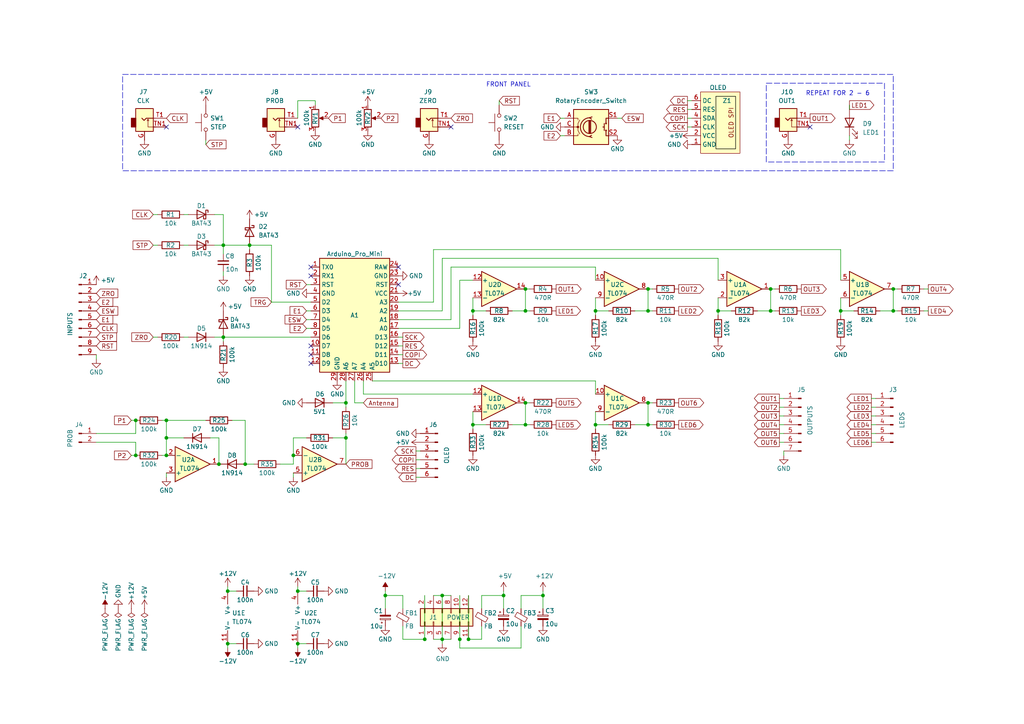
<source format=kicad_sch>
(kicad_sch (version 20230121) (generator eeschema)
  (paper "A4")
  (title_block (title "Enhanced Hagiwo Euclidean Rhythms Module"))
  (lib_symbols
    (symbol "Amplifier_Operational:TL074" (pin_names (offset 0.127))
      (property "Reference" "U" (at 0 5.08 0))
      (property "Value" "TL074" (at 0 -5.08 0))
      (symbol "TL074_1_1"
        (pin output line (at 7.62 0 180) (length 2.54) (name "~") (number "1"))
        (pin input line (at -7.62 -2.54 0) (length 2.54) (name "-") (number "2"))
        (pin input line (at -7.62 2.54 0) (length 2.54) (name "+") (number "3"))
      )
      (symbol "TL074_2_1"
        (pin input line (at -7.62 2.54 0) (length 2.54) (name "+") (number "5"))
        (pin input line (at -7.62 -2.54 0) (length 2.54) (name "-") (number "6"))
        (pin output line (at 7.62 0 180) (length 2.54) (name "~") (number "7"))
      )
      (symbol "TL074_3_1"
        (pin input line (at -7.62 2.54 0) (length 2.54) (name "+") (number "10"))
        (pin output line (at 7.62 0 180) (length 2.54) (name "~") (number "8"))
        (pin input line (at -7.62 -2.54 0) (length 2.54) (name "-") (number "9"))
      )
      (symbol "TL074_4_1"
        (pin input line (at -7.62 2.54 0) (length 2.54) (name "+") (number "12"))
        (pin input line (at -7.62 -2.54 0) (length 2.54) (name "-") (number "13"))
        (pin output line (at 7.62 0 180) (length 2.54) (name "~") (number "14"))
      )
      (symbol "TL074_5_1"
        (pin power_in line (at -2.54 -7.62 90) (length 3.81) (name "V-") (number "11"))
        (pin power_in line (at -2.54 7.62 270) (length 3.81) (name "V+") (number "4"))
      )
    )
    (symbol "CGE_symbols:Arduino_Pro_Mini"
      (property "Reference" "A" (at -2.54 21.59 0))
      (property "Value" "Arduino_Pro_Mini" (at -8.89 20.32 0))
      (symbol "Arduino_Pro_Mini_1_1"
        (pin bidirectional line (at -12.7 15.24 0) (length 2.54) (name "TX0") (number "1"))
        (pin bidirectional line (at -12.7 -7.62 0) (length 2.54) (name "D7") (number "10"))
        (pin bidirectional line (at -12.7 -10.16 0) (length 2.54) (name "D8") (number "11"))
        (pin bidirectional line (at -12.7 -12.7 0) (length 2.54) (name "D9") (number "12"))
        (pin bidirectional line (at 12.7 -12.7 180) (length 2.54) (name "D10") (number "13"))
        (pin bidirectional line (at 12.7 -10.16 180) (length 2.54) (name "D11") (number "14"))
        (pin bidirectional line (at 12.7 -7.62 180) (length 2.54) (name "D12") (number "15"))
        (pin bidirectional line (at 12.7 -5.08 180) (length 2.54) (name "D13") (number "16"))
        (pin bidirectional line (at 12.7 -2.54 180) (length 2.54) (name "A0") (number "17"))
        (pin bidirectional line (at 12.7 0 180) (length 2.54) (name "A1") (number "18"))
        (pin bidirectional line (at 12.7 2.54 180) (length 2.54) (name "A2") (number "19"))
        (pin bidirectional line (at -12.7 12.7 0) (length 2.54) (name "RX1") (number "2"))
        (pin bidirectional line (at 12.7 5.08 180) (length 2.54) (name "A3") (number "20"))
        (pin power_in line (at 12.7 7.62 180) (length 2.54) (name "VCC") (number "21"))
        (pin input line (at 12.7 10.16 180) (length 2.54) (name "RST") (number "22"))
        (pin power_in line (at 12.7 12.7 180) (length 2.54) (name "GND") (number "23"))
        (pin power_in line (at 12.7 15.24 180) (length 2.54) (name "RAW") (number "24"))
        (pin bidirectional line (at 5.08 -17.78 90) (length 2.54) (name "A5") (number "25"))
        (pin bidirectional line (at 2.54 -17.78 90) (length 2.54) (name "A4") (number "26"))
        (pin bidirectional line (at 0 -17.78 90) (length 2.54) (name "A7") (number "27"))
        (pin bidirectional line (at -2.54 -17.78 90) (length 2.54) (name "A6") (number "28"))
        (pin power_in line (at -5.08 -17.78 90) (length 2.54) (name "GND") (number "29"))
        (pin input line (at -12.7 10.16 0) (length 2.54) (name "RST") (number "3"))
        (pin power_in line (at -12.7 7.62 0) (length 2.54) (name "GND") (number "4"))
        (pin bidirectional line (at -12.7 5.08 0) (length 2.54) (name "D2") (number "5"))
        (pin bidirectional line (at -12.7 2.54 0) (length 2.54) (name "D3") (number "6"))
        (pin bidirectional line (at -12.7 0 0) (length 2.54) (name "D4") (number "7"))
        (pin bidirectional line (at -12.7 -2.54 0) (length 2.54) (name "D5") (number "8"))
        (pin bidirectional line (at -12.7 -5.08 0) (length 2.54) (name "D6") (number "9"))
      )
    )
    (symbol "CGE_symbols:AudioJack_Ground_Switch"
      (property "Reference" "J" (at -0.762 6.35 0))
      (property "Value" "AudioJack_Ground_Switch" (at -0.762 4.318 0))
      (symbol "AudioJack_Ground_Switch_1_1"
        (pin passive line (at -1.27 -6.35 90) (length 2.54) (name "~") (number "G"))
        (pin passive line (at 5.08 0 180) (length 3.81) (name "~") (number "T1"))
        (pin passive line (at 5.08 -2.54 180) (length 3.81) (name "~") (number "TN1"))
      )
    )
    (symbol "CGE_symbols:OLED_SPI_6pin"
      (property "Reference" "Z" (at 0 -3.81 0))
      (property "Value" "OLED" (at 0 -10.16 0))
      (symbol "OLED_SPI_6pin_1_1"
        (text "OLED SPI" (at 0 -6.35 0) (effects (font (size 1.27 1.27))))
        (pin power_in line (at -6.35 5.08 270) (length 2.54) (name "GND") (number "1"))
        (pin power_in line (at -3.81 5.08 270) (length 2.54) (name "VCC") (number "2"))
        (pin input line (at -1.27 5.08 270) (length 2.54) (name "CLK") (number "3"))
        (pin input line (at 1.27 5.08 270) (length 2.54) (name "SDA") (number "4"))
        (pin input line (at 3.81 5.08 270) (length 2.54) (name "RES") (number "5"))
        (pin input line (at 6.35 5.08 270) (length 2.54) (name "DC") (number "6"))
      )
    )
    (symbol "Connector:Conn_01x02_Pin" (pin_names (offset 1.016) hide)
      (property "Reference" "J" (at 0 2.54 0))
      (property "Value" "Conn_01x02_Pin" (at 0 -5.08 0))
      (symbol "Conn_01x02_Pin_1_1"
        (pin passive line (at 5.08 0 180) (length 3.81) (name "Pin_1") (number "1"))
        (pin passive line (at 5.08 -2.54 180) (length 3.81) (name "Pin_2") (number "2"))
      )
    )
    (symbol "Connector:Conn_01x06_Pin" (pin_names (offset 1.016) hide)
      (property "Reference" "J" (at 0 7.62 0))
      (property "Value" "Conn_01x06_Pin" (at 0 -10.16 0))
      (symbol "Conn_01x06_Pin_1_1"
        (pin passive line (at 5.08 5.08 180) (length 3.81) (name "Pin_1") (number "1"))
        (pin passive line (at 5.08 2.54 180) (length 3.81) (name "Pin_2") (number "2"))
        (pin passive line (at 5.08 0 180) (length 3.81) (name "Pin_3") (number "3"))
        (pin passive line (at 5.08 -2.54 180) (length 3.81) (name "Pin_4") (number "4"))
        (pin passive line (at 5.08 -5.08 180) (length 3.81) (name "Pin_5") (number "5"))
        (pin passive line (at 5.08 -7.62 180) (length 3.81) (name "Pin_6") (number "6"))
      )
    )
    (symbol "Connector:Conn_01x07_Pin" (pin_names (offset 1.016) hide)
      (property "Reference" "J" (at 0 10.16 0))
      (property "Value" "Conn_01x07_Pin" (at 0 -10.16 0))
      (symbol "Conn_01x07_Pin_1_1"
        (pin passive line (at 5.08 7.62 180) (length 3.81) (name "Pin_1") (number "1"))
        (pin passive line (at 5.08 5.08 180) (length 3.81) (name "Pin_2") (number "2"))
        (pin passive line (at 5.08 2.54 180) (length 3.81) (name "Pin_3") (number "3"))
        (pin passive line (at 5.08 0 180) (length 3.81) (name "Pin_4") (number "4"))
        (pin passive line (at 5.08 -2.54 180) (length 3.81) (name "Pin_5") (number "5"))
        (pin passive line (at 5.08 -5.08 180) (length 3.81) (name "Pin_6") (number "6"))
        (pin passive line (at 5.08 -7.62 180) (length 3.81) (name "Pin_7") (number "7"))
      )
    )
    (symbol "Connector:Conn_01x09_Pin" (pin_names (offset 1.016) hide)
      (property "Reference" "J" (at 0 12.7 0))
      (property "Value" "Conn_01x09_Pin" (at 0 -12.7 0))
      (symbol "Conn_01x09_Pin_1_1"
        (pin passive line (at 5.08 10.16 180) (length 3.81) (name "Pin_1") (number "1"))
        (pin passive line (at 5.08 7.62 180) (length 3.81) (name "Pin_2") (number "2"))
        (pin passive line (at 5.08 5.08 180) (length 3.81) (name "Pin_3") (number "3"))
        (pin passive line (at 5.08 2.54 180) (length 3.81) (name "Pin_4") (number "4"))
        (pin passive line (at 5.08 0 180) (length 3.81) (name "Pin_5") (number "5"))
        (pin passive line (at 5.08 -2.54 180) (length 3.81) (name "Pin_6") (number "6"))
        (pin passive line (at 5.08 -5.08 180) (length 3.81) (name "Pin_7") (number "7"))
        (pin passive line (at 5.08 -7.62 180) (length 3.81) (name "Pin_8") (number "8"))
        (pin passive line (at 5.08 -10.16 180) (length 3.81) (name "Pin_9") (number "9"))
      )
    )
    (symbol "Connector_Generic:Conn_02x06_Odd_Even" (pin_names (offset 1.016) hide)
      (property "Reference" "J" (at 1.27 7.62 0))
      (property "Value" "Conn_02x06_Odd_Even" (at 1.27 -10.16 0))
      (symbol "Conn_02x06_Odd_Even_1_1"
        (pin passive line (at -5.08 5.08 0) (length 3.81) (name "Pin_1") (number "1"))
        (pin passive line (at 7.62 -5.08 180) (length 3.81) (name "Pin_10") (number "10"))
        (pin passive line (at -5.08 -7.62 0) (length 3.81) (name "Pin_11") (number "11"))
        (pin passive line (at 7.62 -7.62 180) (length 3.81) (name "Pin_12") (number "12"))
        (pin passive line (at 7.62 5.08 180) (length 3.81) (name "Pin_2") (number "2"))
        (pin passive line (at -5.08 2.54 0) (length 3.81) (name "Pin_3") (number "3"))
        (pin passive line (at 7.62 2.54 180) (length 3.81) (name "Pin_4") (number "4"))
        (pin passive line (at -5.08 0 0) (length 3.81) (name "Pin_5") (number "5"))
        (pin passive line (at 7.62 0 180) (length 3.81) (name "Pin_6") (number "6"))
        (pin passive line (at -5.08 -2.54 0) (length 3.81) (name "Pin_7") (number "7"))
        (pin passive line (at 7.62 -2.54 180) (length 3.81) (name "Pin_8") (number "8"))
        (pin passive line (at -5.08 -5.08 0) (length 3.81) (name "Pin_9") (number "9"))
      )
    )
    (symbol "Device:C_Polarized_Small" (pin_numbers hide) (pin_names (offset 0.254) hide)
      (property "Reference" "C" (at 0.254 1.778 0))
      (property "Value" "C_Polarized_Small" (at 0.254 -2.032 0))
      (symbol "C_Polarized_Small_1_1"
        (pin passive line (at 0 2.54 270) (length 1.8542) (name "~") (number "1"))
        (pin passive line (at 0 -2.54 90) (length 1.8542) (name "~") (number "2"))
      )
    )
    (symbol "Device:C_Small" (pin_numbers hide) (pin_names (offset 0.254) hide)
      (property "Reference" "C" (at 0.254 1.778 0))
      (property "Value" "C_Small" (at 0.254 -2.032 0))
      (symbol "C_Small_1_1"
        (pin passive line (at 0 2.54 270) (length 2.032) (name "~") (number "1"))
        (pin passive line (at 0 -2.54 90) (length 2.032) (name "~") (number "2"))
      )
    )
    (symbol "Device:D_Schottky" (pin_numbers hide) (pin_names (offset 1.016) hide)
      (property "Reference" "D" (at 0 2.54 0))
      (property "Value" "D_Schottky" (at 0 -2.54 0))
      (symbol "D_Schottky_1_1"
        (pin passive line (at -3.81 0 0) (length 2.54) (name "K") (number "1"))
        (pin passive line (at 3.81 0 180) (length 2.54) (name "A") (number "2"))
      )
    )
    (symbol "Device:D_Zener" (pin_numbers hide) (pin_names (offset 1.016) hide)
      (property "Reference" "D" (at 0 2.54 0))
      (property "Value" "D_Zener" (at 0 -2.54 0))
      (symbol "D_Zener_1_1"
        (pin passive line (at -3.81 0 0) (length 2.54) (name "K") (number "1"))
        (pin passive line (at 3.81 0 180) (length 2.54) (name "A") (number "2"))
      )
    )
    (symbol "Device:FerriteBead_Small" (pin_numbers hide) (pin_names (offset 0))
      (property "Reference" "FB" (at 1.905 1.27 0))
      (property "Value" "FerriteBead_Small" (at 1.905 -1.27 0))
      (symbol "FerriteBead_Small_1_1"
        (pin passive line (at 0 2.54 270) (length 1.27) (name "~") (number "1"))
        (pin passive line (at 0 -2.54 90) (length 1.27) (name "~") (number "2"))
      )
    )
    (symbol "Device:LED" (pin_numbers hide) (pin_names (offset 1.016) hide)
      (property "Reference" "D" (at 0 2.54 0))
      (property "Value" "LED" (at 0 -2.54 0))
      (symbol "LED_1_1"
        (pin passive line (at -3.81 0 0) (length 2.54) (name "K") (number "1"))
        (pin passive line (at 3.81 0 180) (length 2.54) (name "A") (number "2"))
      )
    )
    (symbol "Device:R" (pin_numbers hide) (pin_names (offset 0))
      (property "Reference" "R" (at 2.032 0 90))
      (property "Value" "R" (at 0 0 90))
      (symbol "R_1_1"
        (pin passive line (at 0 3.81 270) (length 1.27) (name "~") (number "1"))
        (pin passive line (at 0 -3.81 90) (length 1.27) (name "~") (number "2"))
      )
    )
    (symbol "Device:R_Potentiometer" (pin_names (offset 1.016) hide)
      (property "Reference" "RV" (at -4.445 0 90))
      (property "Value" "R_Potentiometer" (at -2.54 0 90))
      (symbol "R_Potentiometer_1_1"
        (pin passive line (at 0 3.81 270) (length 1.27) (name "1") (number "1"))
        (pin passive line (at 3.81 0 180) (length 1.27) (name "2") (number "2"))
        (pin passive line (at 0 -3.81 90) (length 1.27) (name "3") (number "3"))
      )
    )
    (symbol "Device:RotaryEncoder_Switch" (pin_names (offset 0.254) hide)
      (property "Reference" "SW" (at 0 6.604 0))
      (property "Value" "RotaryEncoder_Switch" (at 0 -6.604 0))
      (symbol "RotaryEncoder_Switch_1_1"
        (pin passive line (at -7.62 2.54 0) (length 2.54) (name "A") (number "A"))
        (pin passive line (at -7.62 -2.54 0) (length 2.54) (name "B") (number "B"))
        (pin passive line (at -7.62 0 0) (length 2.54) (name "C") (number "C"))
        (pin passive line (at 7.62 2.54 180) (length 2.54) (name "S1") (number "S1"))
        (pin passive line (at 7.62 -2.54 180) (length 2.54) (name "S2") (number "S2"))
      )
    )
    (symbol "Diode:1N914" (pin_numbers hide) (pin_names hide)
      (property "Reference" "D" (at 0 2.54 0))
      (property "Value" "1N914" (at 0 -2.54 0))
      (symbol "1N914_1_1"
        (pin passive line (at -3.81 0 0) (length 2.54) (name "K") (number "1"))
        (pin passive line (at 3.81 0 180) (length 2.54) (name "A") (number "2"))
      )
    )
    (symbol "Diode:BAT43" (pin_numbers hide) (pin_names (offset 1.016) hide)
      (property "Reference" "D" (at 0 2.54 0))
      (property "Value" "BAT43" (at 0 -2.54 0))
      (symbol "BAT43_1_1"
        (pin passive line (at -3.81 0 0) (length 2.54) (name "K") (number "1"))
        (pin passive line (at 3.81 0 180) (length 2.54) (name "A") (number "2"))
      )
    )
    (symbol "Switch:SW_Push" (pin_numbers hide) (pin_names (offset 1.016) hide)
      (property "Reference" "SW" (at 1.27 2.54 0))
      (property "Value" "SW_Push" (at 0 -1.524 0))
      (symbol "SW_Push_0_1"
        (pin passive line (at -5.08 0 0) (length 2.54) (name "1") (number "1"))
        (pin passive line (at 5.08 0 180) (length 2.54) (name "2") (number "2"))
      )
    )
    (symbol "power:+12V" (power) (pin_names (offset 0))
      (property "Value" "+12V" (at 0 3.556 0))
      (symbol "+12V_1_1"
        (pin power_in line (at 0 0 90) (length 0) hide (name "+12V") (number "1"))
      )
    )
    (symbol "power:+5V" (power) (pin_names (offset 0))
      (property "Value" "+5V" (at 0 3.556 0))
      (symbol "+5V_1_1"
        (pin power_in line (at 0 0 90) (length 0) hide (name "+5V") (number "1"))
      )
    )
    (symbol "power:-12V" (power) (pin_names (offset 0))
      (property "Value" "-12V" (at 0 3.81 0))
      (symbol "-12V_0_0"
        (pin power_in line (at 0 0 90) (length 0) hide (name "-12V") (number "1"))
      )
    )
    (symbol "power:GND" (power) (pin_names (offset 0))
      (property "Value" "GND" (at 0 -3.81 0))
      (symbol "GND_1_1"
        (pin power_in line (at 0 0 270) (length 0) hide (name "GND") (number "1"))
      )
    )
    (symbol "power:PWR_FLAG" (power) (pin_numbers hide) (pin_names (offset 0) hide)
      (property "Value" "PWR_FLAG" (at 0 3.81 0))
      (symbol "PWR_FLAG_0_0"
        (pin power_out line (at 0 0 90) (length 0) (name "pwr") (number "1"))
      )
    )
  )
  (junction (at 64.77 97.79))
  (junction (at 187.96 90.17))
  (junction (at 243.84 90.17))
  (junction (at 111.76 172.72))
  (junction (at 66.04 186.69))
  (junction (at 100.33 127))
  (junction (at 146.05 172.72))
  (junction (at 172.72 123.19))
  (junction (at 187.96 116.84))
  (junction (at 187.96 83.82))
  (junction (at 64.77 71.12))
  (junction (at 48.26 132.08))
  (junction (at 135.89 185.42))
  (junction (at 39.37 121.92))
  (junction (at 223.52 83.82))
  (junction (at 123.19 185.42))
  (junction (at 137.16 123.19))
  (junction (at 259.08 90.17))
  (junction (at 137.16 90.17))
  (junction (at 133.35 185.42))
  (junction (at 100.33 116.84))
  (junction (at 152.4 90.17))
  (junction (at 259.08 83.82))
  (junction (at 39.37 132.08))
  (junction (at 66.04 171.45))
  (junction (at 187.96 123.19))
  (junction (at 152.4 116.84))
  (junction (at 85.09 132.08))
  (junction (at 72.39 71.12))
  (junction (at 208.28 90.17))
  (junction (at 157.48 172.72))
  (junction (at 86.36 171.45))
  (junction (at 152.4 83.82))
  (junction (at 152.4 123.19))
  (junction (at 128.27 185.42))
  (junction (at 48.26 127))
  (junction (at 128.27 172.72))
  (junction (at 172.72 90.17))
  (junction (at 63.5 134.62))
  (junction (at 71.12 134.62))
  (junction (at 48.26 121.92))
  (junction (at 86.36 186.69))
  (junction (at 223.52 90.17))
  (no_connect (at 90.17 80.01))
  (no_connect (at 130.81 36.83))
  (no_connect (at 90.17 100.33))
  (no_connect (at 90.17 102.87))
  (no_connect (at 90.17 77.47))
  (no_connect (at 115.57 82.55))
  (no_connect (at 90.17 105.41))
  (no_connect (at 234.95 36.83))
  (no_connect (at 48.26 36.83))
  (no_connect (at 86.36 36.83))
  (no_connect (at 115.57 77.47))
  (wire (pts (xy 64.77 71.12) (xy 64.77 73.66)))
  (wire (pts (xy 46.99 121.92) (xy 48.26 121.92)))
  (wire (pts (xy 123.19 185.42) (xy 116.84 185.42)))
  (wire (pts (xy 153.67 123.19) (xy 152.4 123.19)))
  (wire (pts (xy 223.52 90.17) (xy 224.79 90.17)))
  (wire (pts (xy 27.94 125.73) (xy 39.37 125.73)))
  (wire (pts (xy 123.19 172.72) (xy 123.19 185.42)))
  (wire (pts (xy 64.77 99.06) (xy 64.77 97.79)))
  (wire (pts (xy 27.94 128.27) (xy 39.37 128.27)))
  (wire (pts (xy 116.84 97.79) (xy 115.57 97.79)))
  (wire (pts (xy 187.96 116.84) (xy 187.96 123.19)))
  (wire (pts (xy 72.39 72.39) (xy 72.39 71.12)))
  (wire (pts (xy 227.33 132.08) (xy 227.33 130.81)))
  (wire (pts (xy 133.35 95.25) (xy 133.35 81.28)))
  (wire (pts (xy 71.12 134.62) (xy 73.66 134.62)))
  (wire (pts (xy 115.57 87.63) (xy 125.73 87.63)))
  (wire (pts (xy 100.33 127) (xy 100.33 125.73)))
  (wire (pts (xy 243.84 90.17) (xy 247.65 90.17)))
  (wire (pts (xy 64.77 80.01) (xy 64.77 78.74)))
  (wire (pts (xy 116.84 176.53) (xy 116.84 172.72)))
  (wire (pts (xy 172.72 119.38) (xy 172.72 123.19)))
  (wire (pts (xy 162.56 39.37) (xy 163.83 39.37)))
  (wire (pts (xy 72.39 71.12) (xy 78.74 71.12)))
  (wire (pts (xy 125.73 172.72) (xy 128.27 172.72)))
  (wire (pts (xy 115.57 102.87) (xy 116.84 102.87)))
  (wire (pts (xy 128.27 172.72) (xy 128.27 185.42)))
  (wire (pts (xy 157.48 171.45) (xy 157.48 172.72)))
  (wire (pts (xy 120.65 130.81) (xy 121.92 130.81)))
  (wire (pts (xy 54.61 97.79) (xy 53.34 97.79)))
  (wire (pts (xy 152.4 90.17) (xy 148.59 90.17)))
  (wire (pts (xy 172.72 77.47) (xy 172.72 81.28)))
  (wire (pts (xy 151.13 187.96) (xy 151.13 181.61)))
  (wire (pts (xy 199.39 34.29) (xy 200.66 34.29)))
  (wire (pts (xy 128.27 90.17) (xy 128.27 74.93)))
  (wire (pts (xy 46.99 132.08) (xy 48.26 132.08)))
  (wire (pts (xy 44.45 97.79) (xy 45.72 97.79)))
  (wire (pts (xy 48.26 127) (xy 48.26 132.08)))
  (wire (pts (xy 115.57 92.71) (xy 130.81 92.71)))
  (wire (pts (xy 130.81 92.71) (xy 130.81 77.47)))
  (wire (pts (xy 153.67 116.84) (xy 152.4 116.84)))
  (wire (pts (xy 102.87 116.84) (xy 102.87 110.49)))
  (wire (pts (xy 139.7 176.53) (xy 139.7 172.72)))
  (wire (pts (xy 254 123.19) (xy 252.73 123.19)))
  (wire (pts (xy 39.37 125.73) (xy 39.37 121.92)))
  (wire (pts (xy 199.39 29.21) (xy 200.66 29.21)))
  (wire (pts (xy 66.04 186.69) (xy 68.58 186.69)))
  (wire (pts (xy 152.4 123.19) (xy 148.59 123.19)))
  (wire (pts (xy 153.67 83.82) (xy 152.4 83.82)))
  (wire (pts (xy 128.27 186.69) (xy 128.27 185.42)))
  (wire (pts (xy 137.16 119.38) (xy 137.16 123.19)))
  (wire (pts (xy 85.09 134.62) (xy 85.09 132.08)))
  (wire (pts (xy 60.96 127) (xy 63.5 127)))
  (wire (pts (xy 133.35 185.42) (xy 133.35 187.96)))
  (wire (pts (xy 100.33 110.49) (xy 100.33 116.84)))
  (wire (pts (xy 128.27 185.42) (xy 130.81 185.42)))
  (wire (pts (xy 116.84 105.41) (xy 115.57 105.41)))
  (wire (pts (xy 86.36 29.21) (xy 91.44 29.21)))
  (wire (pts (xy 243.84 86.36) (xy 243.84 90.17)))
  (wire (pts (xy 64.77 97.79) (xy 62.23 97.79)))
  (wire (pts (xy 44.45 71.12) (xy 45.72 71.12)))
  (wire (pts (xy 254 128.27) (xy 252.73 128.27)))
  (wire (pts (xy 78.74 87.63) (xy 90.17 87.63)))
  (wire (pts (xy 187.96 90.17) (xy 184.15 90.17)))
  (wire (pts (xy 96.52 116.84) (xy 100.33 116.84)))
  (wire (pts (xy 48.26 121.92) (xy 48.26 127)))
  (wire (pts (xy 254 115.57) (xy 252.73 115.57)))
  (wire (pts (xy 162.56 34.29) (xy 163.83 34.29)))
  (wire (pts (xy 53.34 71.12) (xy 54.61 71.12)))
  (wire (pts (xy 111.76 171.45) (xy 111.76 172.72)))
  (wire (pts (xy 100.33 127) (xy 96.52 127)))
  (wire (pts (xy 62.23 71.12) (xy 64.77 71.12)))
  (wire (pts (xy 227.33 118.11) (xy 226.06 118.11)))
  (wire (pts (xy 48.26 121.92) (xy 59.69 121.92)))
  (wire (pts (xy 135.89 185.42) (xy 139.7 185.42)))
  (wire (pts (xy 88.9 95.25) (xy 90.17 95.25)))
  (wire (pts (xy 189.23 90.17) (xy 187.96 90.17)))
  (wire (pts (xy 137.16 91.44) (xy 137.16 90.17)))
  (wire (pts (xy 27.94 104.14) (xy 27.94 102.87)))
  (wire (pts (xy 133.35 81.28) (xy 137.16 81.28)))
  (wire (pts (xy 38.1 132.08) (xy 39.37 132.08)))
  (wire (pts (xy 133.35 172.72) (xy 133.35 185.42)))
  (wire (pts (xy 208.28 91.44) (xy 208.28 90.17)))
  (wire (pts (xy 246.38 40.64) (xy 246.38 39.37)))
  (wire (pts (xy 59.69 41.91) (xy 59.69 40.64)))
  (wire (pts (xy 260.35 90.17) (xy 259.08 90.17)))
  (wire (pts (xy 100.33 118.11) (xy 100.33 116.84)))
  (wire (pts (xy 137.16 90.17) (xy 140.97 90.17)))
  (wire (pts (xy 254 118.11) (xy 252.73 118.11)))
  (wire (pts (xy 223.52 83.82) (xy 223.52 90.17)))
  (wire (pts (xy 254 125.73) (xy 252.73 125.73)))
  (wire (pts (xy 116.84 185.42) (xy 116.84 181.61)))
  (wire (pts (xy 78.74 71.12) (xy 78.74 87.63)))
  (wire (pts (xy 157.48 172.72) (xy 157.48 176.53)))
  (wire (pts (xy 85.09 137.16) (xy 85.09 138.43)))
  (wire (pts (xy 86.36 170.18) (xy 86.36 171.45)))
  (wire (pts (xy 133.35 187.96) (xy 151.13 187.96)))
  (wire (pts (xy 139.7 172.72) (xy 146.05 172.72)))
  (wire (pts (xy 227.33 125.73) (xy 226.06 125.73)))
  (wire (pts (xy 172.72 86.36) (xy 172.72 90.17)))
  (wire (pts (xy 208.28 74.93) (xy 208.28 81.28)))
  (wire (pts (xy 91.44 29.21) (xy 91.44 30.48)))
  (wire (pts (xy 227.33 120.65) (xy 226.06 120.65)))
  (wire (pts (xy 137.16 123.19) (xy 140.97 123.19)))
  (wire (pts (xy 180.34 34.29) (xy 179.07 34.29)))
  (wire (pts (xy 187.96 83.82) (xy 187.96 90.17)))
  (wire (pts (xy 105.41 114.3) (xy 137.16 114.3)))
  (wire (pts (xy 172.72 110.49) (xy 172.72 114.3)))
  (wire (pts (xy 85.09 127) (xy 85.09 132.08)))
  (wire (pts (xy 125.73 87.63) (xy 125.73 72.39)))
  (wire (pts (xy 72.39 71.12) (xy 64.77 71.12)))
  (wire (pts (xy 64.77 97.79) (xy 90.17 97.79)))
  (wire (pts (xy 86.36 34.29) (xy 86.36 29.21)))
  (wire (pts (xy 189.23 116.84) (xy 187.96 116.84)))
  (wire (pts (xy 227.33 128.27) (xy 226.06 128.27)))
  (wire (pts (xy 88.9 92.71) (xy 90.17 92.71)))
  (wire (pts (xy 208.28 86.36) (xy 208.28 90.17)))
  (wire (pts (xy 115.57 95.25) (xy 133.35 95.25)))
  (wire (pts (xy 105.41 110.49) (xy 105.41 114.3)))
  (wire (pts (xy 227.33 115.57) (xy 226.06 115.57)))
  (wire (pts (xy 107.95 110.49) (xy 172.72 110.49)))
  (wire (pts (xy 243.84 72.39) (xy 243.84 81.28)))
  (wire (pts (xy 88.9 82.55) (xy 90.17 82.55)))
  (wire (pts (xy 172.72 91.44) (xy 172.72 90.17)))
  (wire (pts (xy 115.57 90.17) (xy 128.27 90.17)))
  (wire (pts (xy 199.39 36.83) (xy 200.66 36.83)))
  (wire (pts (xy 120.65 133.35) (xy 121.92 133.35)))
  (wire (pts (xy 116.84 172.72) (xy 111.76 172.72)))
  (wire (pts (xy 172.72 124.46) (xy 172.72 123.19)))
  (wire (pts (xy 139.7 185.42) (xy 139.7 181.61)))
  (wire (pts (xy 88.9 90.17) (xy 90.17 90.17)))
  (wire (pts (xy 144.78 29.21) (xy 144.78 30.48)))
  (wire (pts (xy 259.08 90.17) (xy 255.27 90.17)))
  (wire (pts (xy 153.67 90.17) (xy 152.4 90.17)))
  (wire (pts (xy 54.61 62.23) (xy 53.34 62.23)))
  (wire (pts (xy 86.36 186.69) (xy 88.9 186.69)))
  (wire (pts (xy 86.36 171.45) (xy 88.9 171.45)))
  (wire (pts (xy 146.05 171.45) (xy 146.05 172.72)))
  (wire (pts (xy 259.08 83.82) (xy 259.08 90.17)))
  (wire (pts (xy 81.28 134.62) (xy 85.09 134.62)))
  (wire (pts (xy 48.26 137.16) (xy 48.26 138.43)))
  (wire (pts (xy 243.84 91.44) (xy 243.84 90.17)))
  (wire (pts (xy 63.5 127) (xy 63.5 134.62)))
  (wire (pts (xy 172.72 123.19) (xy 176.53 123.19)))
  (wire (pts (xy 187.96 123.19) (xy 184.15 123.19)))
  (wire (pts (xy 269.24 83.82) (xy 267.97 83.82)))
  (wire (pts (xy 137.16 124.46) (xy 137.16 123.19)))
  (wire (pts (xy 67.31 121.92) (xy 71.12 121.92)))
  (wire (pts (xy 66.04 171.45) (xy 68.58 171.45)))
  (wire (pts (xy 105.41 116.84) (xy 102.87 116.84)))
  (wire (pts (xy 62.23 62.23) (xy 64.77 62.23)))
  (wire (pts (xy 189.23 123.19) (xy 187.96 123.19)))
  (wire (pts (xy 111.76 172.72) (xy 111.76 176.53)))
  (wire (pts (xy 125.73 185.42) (xy 128.27 185.42)))
  (wire (pts (xy 38.1 121.92) (xy 39.37 121.92)))
  (wire (pts (xy 66.04 170.18) (xy 66.04 171.45)))
  (wire (pts (xy 223.52 90.17) (xy 219.71 90.17)))
  (wire (pts (xy 172.72 90.17) (xy 176.53 90.17)))
  (wire (pts (xy 199.39 31.75) (xy 200.66 31.75)))
  (wire (pts (xy 254 120.65) (xy 252.73 120.65)))
  (wire (pts (xy 227.33 123.19) (xy 226.06 123.19)))
  (wire (pts (xy 246.38 30.48) (xy 246.38 31.75)))
  (wire (pts (xy 86.36 187.96) (xy 86.36 186.69)))
  (wire (pts (xy 100.33 134.62) (xy 100.33 127)))
  (wire (pts (xy 128.27 172.72) (xy 130.81 172.72)))
  (wire (pts (xy 120.65 135.89) (xy 121.92 135.89)))
  (wire (pts (xy 260.35 83.82) (xy 259.08 83.82)))
  (wire (pts (xy 152.4 116.84) (xy 152.4 123.19)))
  (wire (pts (xy 48.26 127) (xy 53.34 127)))
  (wire (pts (xy 151.13 172.72) (xy 151.13 176.53)))
  (wire (pts (xy 71.12 121.92) (xy 71.12 134.62)))
  (wire (pts (xy 116.84 100.33) (xy 115.57 100.33)))
  (wire (pts (xy 64.77 62.23) (xy 64.77 71.12)))
  (wire (pts (xy 66.04 187.96) (xy 66.04 186.69)))
  (wire (pts (xy 125.73 72.39) (xy 243.84 72.39)))
  (wire (pts (xy 152.4 83.82) (xy 152.4 90.17)))
  (wire (pts (xy 120.65 138.43) (xy 121.92 138.43)))
  (wire (pts (xy 137.16 86.36) (xy 137.16 90.17)))
  (wire (pts (xy 224.79 83.82) (xy 223.52 83.82)))
  (wire (pts (xy 189.23 83.82) (xy 187.96 83.82)))
  (wire (pts (xy 130.81 77.47) (xy 172.72 77.47)))
  (wire (pts (xy 208.28 90.17) (xy 212.09 90.17)))
  (wire (pts (xy 88.9 127) (xy 85.09 127)))
  (wire (pts (xy 269.24 90.17) (xy 267.97 90.17)))
  (wire (pts (xy 44.45 62.23) (xy 45.72 62.23)))
  (wire (pts (xy 151.13 172.72) (xy 157.48 172.72)))
  (wire (pts (xy 146.05 172.72) (xy 146.05 176.53)))
  (wire (pts (xy 39.37 128.27) (xy 39.37 132.08)))
  (wire (pts (xy 135.89 172.72) (xy 135.89 185.42)))
  (wire (pts (xy 128.27 74.93) (xy 208.28 74.93)))
  (rectangle (start 222.25 24.13) (end 256.54 46.99) (stroke (width 0) (type dash)))
  (rectangle (start 35.56 21.59) (end 259.08 49.53) (stroke (width 0) (type dash)))
  (text "REPEAT FOR 2 - 6" (at 233.68 27.94 0) (effects (font (size 1.27 1.27)) (justify left bottom)))
  (text "FRONT PANEL" (at 140.97 25.4 0) (effects (font (size 1.27 1.27)) (justify left bottom)))
  (global_label "OUT6" (shape output) (at 196.85 116.84 0) (property "Intersheetrefs" "${INTERSHEET_REFS}" (effects hide)))
  (global_label "E1" (shape input) (at 27.94 92.71 0) (property "Intersheetrefs" "${INTERSHEET_REFS}" (effects hide)))
  (global_label "OUT1" (shape output) (at 234.95 34.29 0) (property "Intersheetrefs" "${INTERSHEET_REFS}" (effects hide)))
  (global_label "P2" (shape input) (at 38.1 132.08 180) (property "Intersheetrefs" "${INTERSHEET_REFS}" (effects hide)))
  (global_label "COPI" (shape output) (at 116.84 102.87 0) (property "Intersheetrefs" "${INTERSHEET_REFS}" (effects hide)))
  (global_label "OUT5" (shape output) (at 161.29 116.84 0) (property "Intersheetrefs" "${INTERSHEET_REFS}" (effects hide)))
  (global_label "RST" (shape input) (at 27.94 100.33 0) (property "Intersheetrefs" "${INTERSHEET_REFS}" (effects hide)))
  (global_label "RES" (shape output) (at 120.65 135.89 180) (property "Intersheetrefs" "${INTERSHEET_REFS}" (effects hide)))
  (global_label "LED1" (shape output) (at 246.38 30.48 0) (property "Intersheetrefs" "${INTERSHEET_REFS}" (effects hide)))
  (global_label "CLK" (shape input) (at 44.45 62.23 180) (property "Intersheetrefs" "${INTERSHEET_REFS}" (effects hide)))
  (global_label "ESW" (shape input) (at 27.94 90.17 0) (property "Intersheetrefs" "${INTERSHEET_REFS}" (effects hide)))
  (global_label "LED5" (shape output) (at 161.29 123.19 0) (property "Intersheetrefs" "${INTERSHEET_REFS}" (effects hide)))
  (global_label "E2" (shape input) (at 162.56 39.37 180) (property "Intersheetrefs" "${INTERSHEET_REFS}" (effects hide)))
  (global_label "CLK" (shape input) (at 27.94 95.25 0) (property "Intersheetrefs" "${INTERSHEET_REFS}" (effects hide)))
  (global_label "STP" (shape input) (at 44.45 71.12 180) (property "Intersheetrefs" "${INTERSHEET_REFS}" (effects hide)))
  (global_label "OUT3" (shape output) (at 226.06 120.65 180) (property "Intersheetrefs" "${INTERSHEET_REFS}" (effects hide)))
  (global_label "ESW" (shape input) (at 180.34 34.29 0) (property "Intersheetrefs" "${INTERSHEET_REFS}" (effects hide)))
  (global_label "STP" (shape input) (at 59.69 41.91 0) (property "Intersheetrefs" "${INTERSHEET_REFS}" (effects hide)))
  (global_label "LED2" (shape output) (at 252.73 118.11 180) (property "Intersheetrefs" "${INTERSHEET_REFS}" (effects hide)))
  (global_label "P1" (shape input) (at 38.1 121.92 180) (property "Intersheetrefs" "${INTERSHEET_REFS}" (effects hide)))
  (global_label "OUT3" (shape output) (at 232.41 83.82 0) (property "Intersheetrefs" "${INTERSHEET_REFS}" (effects hide)))
  (global_label "OUT4" (shape output) (at 226.06 123.19 180) (property "Intersheetrefs" "${INTERSHEET_REFS}" (effects hide)))
  (global_label "DC" (shape output) (at 199.39 29.21 180) (property "Intersheetrefs" "${INTERSHEET_REFS}" (effects hide)))
  (global_label "ZRO" (shape input) (at 130.81 34.29 0) (property "Intersheetrefs" "${INTERSHEET_REFS}" (effects hide)))
  (global_label "LED5" (shape output) (at 252.73 125.73 180) (property "Intersheetrefs" "${INTERSHEET_REFS}" (effects hide)))
  (global_label "E1" (shape input) (at 88.9 90.17 180) (property "Intersheetrefs" "${INTERSHEET_REFS}" (effects hide)))
  (global_label "ZRO" (shape input) (at 27.94 85.09 0) (property "Intersheetrefs" "${INTERSHEET_REFS}" (effects hide)))
  (global_label "LED6" (shape output) (at 252.73 128.27 180) (property "Intersheetrefs" "${INTERSHEET_REFS}" (effects hide)))
  (global_label "P2" (shape input) (at 110.49 34.29 0) (property "Intersheetrefs" "${INTERSHEET_REFS}" (effects hide)))
  (global_label "LED1" (shape output) (at 161.29 90.17 0) (property "Intersheetrefs" "${INTERSHEET_REFS}" (effects hide)))
  (global_label "SCK" (shape output) (at 199.39 36.83 180) (property "Intersheetrefs" "${INTERSHEET_REFS}" (effects hide)))
  (global_label "P1" (shape input) (at 95.25 34.29 0) (property "Intersheetrefs" "${INTERSHEET_REFS}" (effects hide)))
  (global_label "SCK" (shape output) (at 120.65 130.81 180) (property "Intersheetrefs" "${INTERSHEET_REFS}" (effects hide)))
  (global_label "OUT6" (shape output) (at 226.06 128.27 180) (property "Intersheetrefs" "${INTERSHEET_REFS}" (effects hide)))
  (global_label "LED6" (shape output) (at 196.85 123.19 0) (property "Intersheetrefs" "${INTERSHEET_REFS}" (effects hide)))
  (global_label "DC" (shape output) (at 116.84 105.41 0) (property "Intersheetrefs" "${INTERSHEET_REFS}" (effects hide)))
  (global_label "E1" (shape input) (at 162.56 34.29 180) (property "Intersheetrefs" "${INTERSHEET_REFS}" (effects hide)))
  (global_label "LED4" (shape output) (at 269.24 90.17 0) (property "Intersheetrefs" "${INTERSHEET_REFS}" (effects hide)))
  (global_label "RST" (shape input) (at 88.9 82.55 180) (property "Intersheetrefs" "${INTERSHEET_REFS}" (effects hide)))
  (global_label "Antenna" (shape input) (at 105.41 116.84 0) (property "Intersheetrefs" "${INTERSHEET_REFS}" (effects hide)))
  (global_label "E2" (shape input) (at 27.94 87.63 0) (property "Intersheetrefs" "${INTERSHEET_REFS}" (effects hide)))
  (global_label "LED3" (shape output) (at 232.41 90.17 0) (property "Intersheetrefs" "${INTERSHEET_REFS}" (effects hide)))
  (global_label "CLK" (shape input) (at 48.26 34.29 0) (property "Intersheetrefs" "${INTERSHEET_REFS}" (effects hide)))
  (global_label "OUT2" (shape output) (at 226.06 118.11 180) (property "Intersheetrefs" "${INTERSHEET_REFS}" (effects hide)))
  (global_label "LED4" (shape output) (at 252.73 123.19 180) (property "Intersheetrefs" "${INTERSHEET_REFS}" (effects hide)))
  (global_label "COPI" (shape output) (at 120.65 133.35 180) (property "Intersheetrefs" "${INTERSHEET_REFS}" (effects hide)))
  (global_label "OUT2" (shape output) (at 196.85 83.82 0) (property "Intersheetrefs" "${INTERSHEET_REFS}" (effects hide)))
  (global_label "DC" (shape output) (at 120.65 138.43 180) (property "Intersheetrefs" "${INTERSHEET_REFS}" (effects hide)))
  (global_label "ESW" (shape input) (at 88.9 92.71 180) (property "Intersheetrefs" "${INTERSHEET_REFS}" (effects hide)))
  (global_label "PROB" (shape input) (at 100.33 134.62 0) (property "Intersheetrefs" "${INTERSHEET_REFS}" (effects hide)))
  (global_label "LED2" (shape output) (at 196.85 90.17 0) (property "Intersheetrefs" "${INTERSHEET_REFS}" (effects hide)))
  (global_label "RST" (shape input) (at 144.78 29.21 0) (property "Intersheetrefs" "${INTERSHEET_REFS}" (effects hide)))
  (global_label "LED1" (shape output) (at 252.73 115.57 180) (property "Intersheetrefs" "${INTERSHEET_REFS}" (effects hide)))
  (global_label "COPI" (shape output) (at 199.39 34.29 180) (property "Intersheetrefs" "${INTERSHEET_REFS}" (effects hide)))
  (global_label "ZRO" (shape input) (at 44.45 97.79 180) (property "Intersheetrefs" "${INTERSHEET_REFS}" (effects hide)))
  (global_label "RES" (shape output) (at 199.39 31.75 180) (property "Intersheetrefs" "${INTERSHEET_REFS}" (effects hide)))
  (global_label "RES" (shape output) (at 116.84 100.33 0) (property "Intersheetrefs" "${INTERSHEET_REFS}" (effects hide)))
  (global_label "SCK" (shape output) (at 116.84 97.79 0) (property "Intersheetrefs" "${INTERSHEET_REFS}" (effects hide)))
  (global_label "TRG" (shape input) (at 78.74 87.63 180) (property "Intersheetrefs" "${INTERSHEET_REFS}" (effects hide)))
  (global_label "STP" (shape input) (at 27.94 97.79 0) (property "Intersheetrefs" "${INTERSHEET_REFS}" (effects hide)))
  (global_label "OUT1" (shape output) (at 226.06 115.57 180) (property "Intersheetrefs" "${INTERSHEET_REFS}" (effects hide)))
  (global_label "OUT5" (shape output) (at 226.06 125.73 180) (property "Intersheetrefs" "${INTERSHEET_REFS}" (effects hide)))
  (global_label "OUT4" (shape output) (at 269.24 83.82 0) (property "Intersheetrefs" "${INTERSHEET_REFS}" (effects hide)))
  (global_label "LED3" (shape output) (at 252.73 120.65 180) (property "Intersheetrefs" "${INTERSHEET_REFS}" (effects hide)))
  (global_label "OUT1" (shape output) (at 161.29 83.82 0) (property "Intersheetrefs" "${INTERSHEET_REFS}" (effects hide)))
  (global_label "E2" (shape input) (at 88.9 95.25 180) (property "Intersheetrefs" "${INTERSHEET_REFS}" (effects hide)))
  (symbol (lib_id "power:GND") (at 157.48 181.61 0) (unit 1)
    (property "Reference" "#PWR051" (effects hide))
    (property "Value" "GND" (at 157.48 185.42 0))
  )
  (symbol (lib_id "Diode:1N914") (at 57.15 127 0) (unit 1)
    (property "Reference" "D7" (at 57.15 124.46 0))
    (property "Value" "1N914" (at 57.15 129.54 0))
    (property "Footprint" "CGE_footprints:D_DO-35_SOD27_P7.62mm_Horizontal" (effects hide))
    (property "Datasheet" "http://www.vishay.com/docs/85622/1n914.pdf" (effects hide))
    (property "Sim.Device" "D" (effects hide))
    (property "Sim.Pins" "1=K 2=A" (effects hide))
  )
  (symbol (lib_id "Device:FerriteBead_Small") (at 116.84 179.07 0) (unit 1)
    (property "Reference" "FB1" (at 117.475 177.8 0) (effects (justify left)))
    (property "Value" "FB" (at 117.475 181.61 0) (effects (justify left)))
    (property "Footprint" "Inductor_THT:L_Axial_L5.3mm_D2.2mm_P7.62mm_Horizontal_Vishay_IM-1" (effects hide))
  )
  (symbol (lib_id "CGE_symbols:AudioJack_Ground_Switch") (at 229.87 34.29 0) (unit 1)
    (property "Reference" "J10" (at 228.2825 26.67 0))
    (property "Value" "OUT1" (at 228.2825 29.21 0))
  )
  (symbol (lib_id "power:GND") (at 90.17 85.09 270) (mirror x) (unit 1)
    (property "Reference" "#PWR020" (effects hide))
    (property "Value" "GND" (at 85.09 85.09 90))
  )
  (symbol (lib_id "Device:R") (at 49.53 62.23 90) (mirror x) (unit 1)
    (property "Reference" "R1" (at 50.8 62.23 90) (effects (justify left)))
    (property "Value" "10k" (at 49.53 64.77 90))
    (property "Footprint" "CGE_footprints:R_Axial_DIN0204_L3.6mm_D1.6mm_P7.62mm_Horizontal" (effects hide))
  )
  (symbol (lib_id "power:+5V") (at 64.77 90.17 0) (unit 1)
    (property "Reference" "#PWR022" (effects hide))
    (property "Value" "+5V" (at 66.04 88.9 0) (effects (justify left)))
  )
  (symbol (lib_id "Amplifier_Operational:TL074") (at 180.34 83.82 0) (unit 3)
    (property "Reference" "U2" (at 179.07 82.55 0))
    (property "Value" "TL074" (at 179.07 85.09 0))
    (property "Footprint" "Package_DIP:DIP-14_W7.62mm_Socket" (effects hide))
    (property "Datasheet" "http://www.ti.com/lit/ds/symlink/tl071.pdf" (effects hide))
  )
  (symbol (lib_id "Device:R") (at 100.33 121.92 180) (unit 1)
    (property "Reference" "R26" (at 100.33 121.92 90))
    (property "Value" "10k" (at 102.87 121.92 90))
    (property "Footprint" "CGE_footprints:R_Axial_DIN0204_L3.6mm_D1.6mm_P7.62mm_Horizontal" (effects hide))
  )
  (symbol (lib_id "power:GND") (at 128.27 186.69 0) (unit 1)
    (property "Reference" "#PWR054" (effects hide))
    (property "Value" "GND" (at 128.397 191.0842 0))
  )
  (symbol (lib_id "power:GND") (at 73.66 171.45 90) (unit 1)
    (property "Reference" "#PWR040" (effects hide))
    (property "Value" "GND" (at 78.74 171.45 90))
  )
  (symbol (lib_id "CGE_symbols:Arduino_Pro_Mini") (at 102.87 92.71 0) (unit 1)
    (property "Reference" "A1" (at 102.87 91.44 0))
    (property "Value" "Arduino_Pro_Mini" (at 102.87 73.66 0))
    (property "Footprint" "CGE_footprints:Arduino_Pro_Mini" (effects hide))
    (property "Datasheet" "https://www.sparkfun.com/products/12640" (effects hide))
  )
  (symbol (lib_id "power:GND") (at 34.29 176.53 180) (unit 1)
    (property "Reference" "#PWR046" (effects hide))
    (property "Value" "GND" (at 34.29 171.45 90))
  )
  (symbol (lib_id "Device:R") (at 77.47 134.62 90) (mirror x) (unit 1)
    (property "Reference" "R35" (at 77.47 134.62 90))
    (property "Value" "100k" (at 77.47 137.16 90))
    (property "Footprint" "CGE_footprints:R_Axial_DIN0204_L3.6mm_D1.6mm_P7.62mm_Horizontal" (effects hide))
  )
  (symbol (lib_id "Device:RotaryEncoder_Switch") (at 171.45 36.83 0) (unit 1)
    (property "Reference" "SW3" (at 171.45 26.67 0))
    (property "Value" "RotaryEncoder_Switch" (at 171.45 29.21 0))
  )
  (symbol (lib_id "power:PWR_FLAG") (at 38.1 176.53 0) (mirror x) (unit 1)
    (property "Reference" "#FLG03" (effects hide))
    (property "Value" "PWR_FLAG" (at 38.1 184.15 90))
  )
  (symbol (lib_id "Connector:Conn_01x07_Pin") (at 232.41 123.19 0) (mirror y) (unit 1)
    (property "Reference" "J5" (at 232.41 113.03 0))
    (property "Value" "OUTPUTS" (at 234.95 121.92 90))
    (property "Footprint" "Connector_PinHeader_2.54mm:PinHeader_1x07_P2.54mm_Vertical" (effects hide))
  )
  (symbol (lib_id "Device:R") (at 43.18 132.08 90) (mirror x) (unit 1)
    (property "Reference" "R32" (at 43.18 132.08 90))
    (property "Value" "100k" (at 43.18 134.62 90))
    (property "Footprint" "CGE_footprints:R_Axial_DIN0204_L3.6mm_D1.6mm_P7.62mm_Horizontal" (effects hide))
  )
  (symbol (lib_id "Device:R") (at 137.16 128.27 180) (unit 1)
    (property "Reference" "R33" (at 137.16 128.27 90))
    (property "Value" "100k" (at 139.7 128.27 90))
    (property "Footprint" "CGE_footprints:R_Axial_DIN0204_L3.6mm_D1.6mm_P7.62mm_Horizontal" (effects hide))
  )
  (symbol (lib_id "power:GND") (at 172.72 132.08 0) (unit 1)
    (property "Reference" "#PWR034" (effects hide))
    (property "Value" "GND" (at 172.72 135.89 0))
  )
  (symbol (lib_id "Device:C_Small") (at 64.77 76.2 180) (unit 1)
    (property "Reference" "C8" (at 66.675 74.295 0))
    (property "Value" "10n" (at 67.31 78.105 0))
    (property "Footprint" "CGE_footprints:C_Disc_D4.3mm_W1.9mm_P5.00mm" (effects hide))
  )
  (symbol (lib_id "Device:LED") (at 246.38 35.56 90) (unit 1)
    (property "Reference" "D9" (at 250.19 35.8775 90) (effects (justify right)))
    (property "Value" "LED1" (at 250.19 38.4175 90) (effects (justify right)))
  )
  (symbol (lib_id "Amplifier_Operational:TL074") (at 92.71 134.62 0) (mirror x) (unit 2)
    (property "Reference" "U2" (at 91.44 133.35 0))
    (property "Value" "TL074" (at 88.9 135.89 0) (effects (justify left)))
    (property "Footprint" "Package_DIP:DIP-14_W7.62mm_Socket" (effects hide))
    (property "Datasheet" "http://www.ti.com/lit/ds/symlink/tl071.pdf" (effects hide))
  )
  (symbol (lib_id "Amplifier_Operational:TL074") (at 180.34 116.84 0) (unit 3)
    (property "Reference" "U1" (at 179.07 115.57 0))
    (property "Value" "TL074" (at 176.53 118.11 0) (effects (justify left)))
    (property "Footprint" "Package_DIP:DIP-14_W7.62mm_Socket" (effects hide))
    (property "Datasheet" "http://www.ti.com/lit/ds/symlink/tl071.pdf" (effects hide))
  )
  (symbol (lib_id "Device:R") (at 193.04 83.82 90) (mirror x) (unit 1)
    (property "Reference" "R5" (at 194.31 83.82 90) (effects (justify left)))
    (property "Value" "470R" (at 193.04 86.36 90))
    (property "Footprint" "CGE_footprints:R_Axial_DIN0204_L3.6mm_D1.6mm_P7.62mm_Horizontal" (effects hide))
  )
  (symbol (lib_id "Device:R") (at 193.04 90.17 90) (mirror x) (unit 1)
    (property "Reference" "R11" (at 193.04 90.17 90))
    (property "Value" "10k" (at 193.04 92.71 90))
    (property "Footprint" "CGE_footprints:R_Axial_DIN0204_L3.6mm_D1.6mm_P7.62mm_Horizontal" (effects hide))
  )
  (symbol (lib_id "power:GND") (at 200.66 41.91 270) (mirror x) (unit 1)
    (property "Reference" "#PWR014" (effects hide))
    (property "Value" "GND" (at 195.58 41.91 90))
  )
  (symbol (lib_id "Diode:BAT43") (at 58.42 62.23 0) (mirror y) (unit 1)
    (property "Reference" "D1" (at 58.42 59.69 0))
    (property "Value" "BAT43" (at 58.42 64.77 0))
    (property "Footprint" "CGE_footprints:D_DO-35_SOD27_P7.62mm_Horizontal" (effects hide))
    (property "Datasheet" "http://www.vishay.com/docs/85660/bat42.pdf" (effects hide))
    (property "Sim.Device" "D" (effects hide))
    (property "Sim.Pins" "1=K 2=A" (effects hide))
  )
  (symbol (lib_id "Device:R") (at 92.71 127 90) (mirror x) (unit 1)
    (property "Reference" "R31" (at 92.71 127 90))
    (property "Value" "100k" (at 92.71 129.54 90))
    (property "Footprint" "CGE_footprints:R_Axial_DIN0204_L3.6mm_D1.6mm_P7.62mm_Horizontal" (effects hide))
  )
  (symbol (lib_id "Device:R") (at 43.18 121.92 90) (mirror x) (unit 1)
    (property "Reference" "R24" (at 43.18 121.92 90))
    (property "Value" "100k" (at 43.18 124.46 90))
    (property "Footprint" "CGE_footprints:R_Axial_DIN0204_L3.6mm_D1.6mm_P7.62mm_Horizontal" (effects hide))
  )
  (symbol (lib_id "power:GND") (at 27.94 104.14 0) (unit 1)
    (property "Reference" "#PWR027" (effects hide))
    (property "Value" "GND" (at 27.94 107.95 0))
  )
  (symbol (lib_id "power:GND") (at 88.9 116.84 270) (unit 1)
    (property "Reference" "#PWR030" (effects hide))
    (property "Value" "GND" (at 83.82 116.84 90))
  )
  (symbol (lib_id "power:GND") (at 228.6 40.64 0) (unit 1)
    (property "Reference" "#PWR012" (effects hide))
    (property "Value" "GND" (at 228.6 44.45 0))
  )
  (symbol (lib_id "Device:R") (at 215.9 90.17 90) (mirror x) (unit 1)
    (property "Reference" "R12" (at 215.9 90.17 90))
    (property "Value" "82k" (at 215.9 92.71 90))
    (property "Footprint" "CGE_footprints:R_Axial_DIN0204_L3.6mm_D1.6mm_P7.62mm_Horizontal" (effects hide))
  )
  (symbol (lib_id "Device:R") (at 144.78 90.17 90) (mirror x) (unit 1)
    (property "Reference" "R8" (at 146.05 90.17 90) (effects (justify left)))
    (property "Value" "82k" (at 144.78 92.71 90))
    (property "Footprint" "CGE_footprints:R_Axial_DIN0204_L3.6mm_D1.6mm_P7.62mm_Horizontal" (effects hide))
  )
  (symbol (lib_id "power:+5V") (at 121.92 128.27 90) (mirror x) (unit 1)
    (property "Reference" "#PWR032" (effects hide))
    (property "Value" "+5V" (at 118.745 128.27 90) (effects (justify left)))
  )
  (symbol (lib_id "Amplifier_Operational:TL074") (at 215.9 83.82 0) (unit 1)
    (property "Reference" "U1" (at 214.63 82.55 0))
    (property "Value" "TL074" (at 214.63 85.09 0))
    (property "Footprint" "Package_DIP:DIP-14_W7.62mm_Socket" (effects hide))
    (property "Datasheet" "http://www.ti.com/lit/ds/symlink/tl071.pdf" (effects hide))
  )
  (symbol (lib_id "power:+5V") (at 106.68 30.48 0) (unit 1)
    (property "Reference" "#PWR02" (effects hide))
    (property "Value" "+5V" (at 106.68 26.67 0))
  )
  (symbol (lib_id "Device:R") (at 49.53 71.12 90) (mirror x) (unit 1)
    (property "Reference" "R2" (at 50.8 71.12 90) (effects (justify left)))
    (property "Value" "10k" (at 49.53 73.66 90))
    (property "Footprint" "CGE_footprints:R_Axial_DIN0204_L3.6mm_D1.6mm_P7.62mm_Horizontal" (effects hide))
  )
  (symbol (lib_id "Switch:SW_Push") (at 59.69 35.56 90) (unit 1)
    (property "Reference" "SW1" (at 60.96 34.29 90) (effects (justify right)))
    (property "Value" "STEP" (at 60.96 36.83 90) (effects (justify right)))
  )
  (symbol (lib_id "power:GND") (at 93.98 171.45 90) (unit 1)
    (property "Reference" "#PWR041" (effects hide))
    (property "Value" "GND" (at 99.06 171.45 90))
  )
  (symbol (lib_id "power:GND") (at 227.33 132.08 0) (unit 1)
    (property "Reference" "#PWR035" (effects hide))
    (property "Value" "GND" (at 227.33 135.89 0))
  )
  (symbol (lib_id "Device:FerriteBead_Small") (at 139.7 179.07 0) (unit 1)
    (property "Reference" "FB2" (at 140.335 177.8 0) (effects (justify left)))
    (property "Value" "FB" (at 140.335 181.61 0) (effects (justify left)))
    (property "Footprint" "Inductor_THT:L_Axial_L5.3mm_D2.2mm_P7.62mm_Horizontal_Vishay_IM-1" (effects hide))
  )
  (symbol (lib_id "Device:C_Small") (at 91.44 186.69 90) (unit 1)
    (property "Reference" "C7" (at 91.44 184.15 90))
    (property "Value" "100n" (at 91.44 189.23 90))
    (property "Footprint" "CGE_footprints:C_Disc_D4.3mm_W1.9mm_P5.00mm" (effects hide))
  )
  (symbol (lib_id "power:+5V") (at 72.39 63.5 0) (unit 1)
    (property "Reference" "#PWR015" (effects hide))
    (property "Value" "+5V" (at 73.66 62.23 0) (effects (justify left)))
  )
  (symbol (lib_id "power:GND") (at 163.83 36.83 270) (mirror x) (unit 1)
    (property "Reference" "#PWR03" (effects hide))
    (property "Value" "GND" (at 158.75 36.83 90))
  )
  (symbol (lib_id "Diode:BAT43") (at 58.42 71.12 0) (mirror y) (unit 1)
    (property "Reference" "D3" (at 58.42 68.58 0))
    (property "Value" "BAT43" (at 58.42 73.66 0))
    (property "Footprint" "CGE_footprints:D_DO-35_SOD27_P7.62mm_Horizontal" (effects hide))
    (property "Datasheet" "http://www.vishay.com/docs/85660/bat42.pdf" (effects hide))
    (property "Sim.Device" "D" (effects hide))
    (property "Sim.Pins" "1=K 2=A" (effects hide))
  )
  (symbol (lib_id "power:GND") (at 93.98 186.69 90) (unit 1)
    (property "Reference" "#PWR053" (effects hide))
    (property "Value" "GND" (at 99.06 186.69 90))
  )
  (symbol (lib_id "Connector_Generic:Conn_02x06_Odd_Even") (at 128.27 180.34 90) (unit 1)
    (property "Reference" "J1" (at 124.46 179.07 90) (effects (justify right)))
    (property "Value" "POWER" (at 129.54 179.07 90) (effects (justify right)))
    (property "Footprint" "CGE_footprints:Power_2x06" (effects hide))
  )
  (symbol (lib_id "Amplifier_Operational:TL074") (at 88.9 179.07 0) (unit 5)
    (property "Reference" "U2" (at 90.17 177.8 0))
    (property "Value" "TL074" (at 90.17 180.34 0))
    (property "Footprint" "Package_DIP:DIP-14_W7.62mm_Socket" (effects hide))
    (property "Datasheet" "http://www.ti.com/lit/ds/symlink/tl071.pdf" (effects hide))
  )
  (symbol (lib_id "Device:R") (at 180.34 123.19 90) (mirror x) (unit 1)
    (property "Reference" "R29" (at 180.34 123.19 90))
    (property "Value" "82k" (at 180.34 125.73 90))
    (property "Footprint" "CGE_footprints:R_Axial_DIN0204_L3.6mm_D1.6mm_P7.62mm_Horizontal" (effects hide))
  )
  (symbol (lib_id "CGE_symbols:AudioJack_Ground_Switch") (at 81.28 34.29 0) (unit 1)
    (property "Reference" "J8" (at 79.6925 26.67 0))
    (property "Value" "PROB" (at 79.6925 29.21 0))
  )
  (symbol (lib_id "power:GND") (at 72.39 80.01 0) (unit 1)
    (property "Reference" "#PWR018" (effects hide))
    (property "Value" "GND" (at 72.39 83.82 0))
  )
  (symbol (lib_id "Device:D_Schottky") (at 64.77 93.98 270) (unit 1)
    (property "Reference" "D4" (at 66.675 92.71 90) (effects (justify left)))
    (property "Value" "BAT43" (at 66.675 94.615 90) (effects (justify left)))
    (property "Footprint" "CGE_footprints:D_DO-35_SOD27_P7.62mm_Horizontal" (effects hide))
  )
  (symbol (lib_id "Device:R") (at 180.34 90.17 90) (mirror x) (unit 1)
    (property "Reference" "R10" (at 180.34 90.17 90))
    (property "Value" "82k" (at 180.34 92.71 90))
    (property "Footprint" "CGE_footprints:R_Axial_DIN0204_L3.6mm_D1.6mm_P7.62mm_Horizontal" (effects hide))
  )
  (symbol (lib_id "Amplifier_Operational:TL074") (at 144.78 83.82 0) (unit 4)
    (property "Reference" "U2" (at 143.51 82.55 0))
    (property "Value" "TL074" (at 143.51 85.09 0))
    (property "Footprint" "Package_DIP:DIP-14_W7.62mm_Socket" (effects hide))
    (property "Datasheet" "http://www.ti.com/lit/ds/symlink/tl071.pdf" (effects hide))
  )
  (symbol (lib_id "power:PWR_FLAG") (at 30.48 176.53 0) (mirror x) (unit 1)
    (property "Reference" "#FLG01" (effects hide))
    (property "Value" "PWR_FLAG" (at 30.48 184.15 90))
  )
  (symbol (lib_id "power:GND") (at 121.92 125.73 270) (mirror x) (unit 1)
    (property "Reference" "#PWR031" (effects hide))
    (property "Value" "GND" (at 116.84 125.73 90))
  )
  (symbol (lib_id "power:GND") (at 124.46 40.64 0) (unit 1)
    (property "Reference" "#PWR010" (effects hide))
    (property "Value" "GND" (at 124.46 44.45 0))
  )
  (symbol (lib_id "Switch:SW_Push") (at 144.78 35.56 90) (unit 1)
    (property "Reference" "SW2" (at 146.05 34.29 90) (effects (justify right)))
    (property "Value" "RESET" (at 146.05 36.83 90) (effects (justify right)))
  )
  (symbol (lib_id "Amplifier_Operational:TL074") (at 251.46 83.82 0) (unit 2)
    (property "Reference" "U1" (at 250.19 82.55 0))
    (property "Value" "TL074" (at 250.19 85.09 0))
    (property "Footprint" "Package_DIP:DIP-14_W7.62mm_Socket" (effects hide))
    (property "Datasheet" "http://www.ti.com/lit/ds/symlink/tl071.pdf" (effects hide))
  )
  (symbol (lib_id "power:GND") (at 73.66 186.69 90) (unit 1)
    (property "Reference" "#PWR052" (effects hide))
    (property "Value" "GND" (at 78.74 186.69 90))
  )
  (symbol (lib_id "Connector:Conn_01x06_Pin") (at 259.08 120.65 0) (mirror y) (unit 1)
    (property "Reference" "J3" (at 257.81 113.03 0) (effects (justify right)))
    (property "Value" "LEDS" (at 261.62 119.38 90) (effects (justify right)))
    (property "Footprint" "Connector_PinHeader_2.54mm:PinHeader_1x06_P2.54mm_Vertical" (effects hide))
  )
  (symbol (lib_id "Device:D_Schottky") (at 72.39 67.31 270) (unit 1)
    (property "Reference" "D2" (at 74.93 65.7225 90) (effects (justify left)))
    (property "Value" "BAT43" (at 74.93 68.2625 90) (effects (justify left)))
    (property "Footprint" "CGE_footprints:D_DO-35_SOD27_P7.62mm_Horizontal" (effects hide))
  )
  (symbol (lib_id "Device:R") (at 264.16 90.17 90) (mirror x) (unit 1)
    (property "Reference" "R15" (at 264.16 90.17 90))
    (property "Value" "10k" (at 264.16 92.71 90))
    (property "Footprint" "CGE_footprints:R_Axial_DIN0204_L3.6mm_D1.6mm_P7.62mm_Horizontal" (effects hide))
  )
  (symbol (lib_id "Device:R") (at 137.16 95.25 180) (unit 1)
    (property "Reference" "R16" (at 137.16 95.25 90))
    (property "Value" "100k" (at 139.7 95.25 90))
    (property "Footprint" "CGE_footprints:R_Axial_DIN0204_L3.6mm_D1.6mm_P7.62mm_Horizontal" (effects hide))
  )
  (symbol (lib_id "Device:C_Polarized_Small") (at 157.48 179.07 0) (unit 1)
    (property "Reference" "C3" (at 158.115 177.165 0) (effects (justify left)))
    (property "Value" "10u" (at 158.115 180.975 0) (effects (justify left)))
    (property "Footprint" "Capacitor_THT:CP_Radial_D5.0mm_P2.50mm" (effects hide))
  )
  (symbol (lib_id "power:GND") (at 91.44 38.1 0) (unit 1)
    (property "Reference" "#PWR04" (effects hide))
    (property "Value" "GND" (at 91.44 41.91 0))
  )
  (symbol (lib_id "Device:R") (at 208.28 95.25 180) (unit 1)
    (property "Reference" "R18" (at 208.28 95.25 90))
    (property "Value" "100k" (at 210.82 95.25 90))
    (property "Footprint" "CGE_footprints:R_Axial_DIN0204_L3.6mm_D1.6mm_P7.62mm_Horizontal" (effects hide))
  )
  (symbol (lib_id "power:GND") (at 85.09 138.43 0) (unit 1)
    (property "Reference" "#PWR037" (effects hide))
    (property "Value" "GND" (at 85.09 142.24 0))
  )
  (symbol (lib_id "power:GND") (at 146.05 181.61 0) (unit 1)
    (property "Reference" "#PWR050" (effects hide))
    (property "Value" "GND" (at 146.05 185.42 0))
  )
  (symbol (lib_id "Device:R") (at 193.04 116.84 90) (mirror x) (unit 1)
    (property "Reference" "R23" (at 193.04 116.84 90))
    (property "Value" "470R" (at 193.04 119.38 90))
    (property "Footprint" "CGE_footprints:R_Axial_DIN0204_L3.6mm_D1.6mm_P7.62mm_Horizontal" (effects hide))
  )
  (symbol (lib_id "Device:R") (at 64.77 102.87 180) (unit 1)
    (property "Reference" "R21" (at 64.77 102.87 90))
    (property "Value" "100k" (at 67.31 102.87 90))
    (property "Footprint" "CGE_footprints:R_Axial_DIN0204_L3.6mm_D1.6mm_P7.62mm_Horizontal" (effects hide))
  )
  (symbol (lib_id "Connector:Conn_01x02_Pin") (at 22.86 125.73 0) (unit 1)
    (property "Reference" "J4" (at 24.13 123.19 0) (effects (justify right)))
    (property "Value" "PROB" (at 20.32 124.46 90) (effects (justify right)))
    (property "Footprint" "Connector_PinHeader_2.54mm:PinHeader_1x02_P2.54mm_Vertical" (effects hide))
  )
  (symbol (lib_id "Device:R") (at 172.72 95.25 180) (unit 1)
    (property "Reference" "R17" (at 172.72 95.25 90))
    (property "Value" "100k" (at 175.26 95.25 90))
    (property "Footprint" "CGE_footprints:R_Axial_DIN0204_L3.6mm_D1.6mm_P7.62mm_Horizontal" (effects hide))
  )
  (symbol (lib_id "Device:R") (at 72.39 76.2 180) (unit 1)
    (property "Reference" "R3" (at 72.39 76.2 90))
    (property "Value" "100k" (at 74.93 76.2 90))
    (property "Footprint" "CGE_footprints:R_Axial_DIN0204_L3.6mm_D1.6mm_P7.62mm_Horizontal" (effects hide))
  )
  (symbol (lib_id "CGE_symbols:AudioJack_Ground_Switch") (at 43.18 34.29 0) (unit 1)
    (property "Reference" "J7" (at 41.5925 26.67 0))
    (property "Value" "CLK" (at 41.5925 29.21 0))
  )
  (symbol (lib_id "Device:R") (at 193.04 123.19 90) (mirror x) (unit 1)
    (property "Reference" "R30" (at 193.04 123.19 90))
    (property "Value" "10k" (at 193.04 125.73 90))
    (property "Footprint" "CGE_footprints:R_Axial_DIN0204_L3.6mm_D1.6mm_P7.62mm_Horizontal" (effects hide))
  )
  (symbol (lib_id "Device:R") (at 144.78 123.19 90) (mirror x) (unit 1)
    (property "Reference" "R27" (at 144.78 123.19 90))
    (property "Value" "82k" (at 144.78 125.73 90))
    (property "Footprint" "CGE_footprints:R_Axial_DIN0204_L3.6mm_D1.6mm_P7.62mm_Horizontal" (effects hide))
  )
  (symbol (lib_id "Device:R") (at 172.72 128.27 180) (unit 1)
    (property "Reference" "R34" (at 172.72 128.27 90))
    (property "Value" "100k" (at 175.26 128.27 90))
    (property "Footprint" "CGE_footprints:R_Axial_DIN0204_L3.6mm_D1.6mm_P7.62mm_Horizontal" (effects hide))
  )
  (symbol (lib_id "CGE_symbols:OLED_SPI_6pin") (at 205.74 35.56 90) (unit 1)
    (property "Reference" "Z1" (at 209.55 29.21 90) (effects (justify right)))
    (property "Value" "OLED" (at 208.28 25.4 90))
  )
  (symbol (lib_id "power:GND") (at 115.57 80.01 90) (unit 1)
    (property "Reference" "#PWR016" (effects hide))
    (property "Value" "GND" (at 120.65 80.01 90))
  )
  (symbol (lib_id "Connector:Conn_01x06_Pin") (at 127 130.81 0) (mirror y) (unit 1)
    (property "Reference" "J6" (at 124.46 123.19 0) (effects (justify right)))
    (property "Value" "OLED" (at 129.54 129.54 90) (effects (justify right)))
    (property "Footprint" "Connector_PinHeader_2.54mm:PinHeader_1x06_P2.54mm_Vertical" (effects hide))
  )
  (symbol (lib_id "Device:C_Small") (at 91.44 171.45 90) (unit 1)
    (property "Reference" "C5" (at 91.44 168.91 90))
    (property "Value" "100n" (at 91.44 173.99 90))
    (property "Footprint" "CGE_footprints:C_Disc_D4.3mm_W1.9mm_P5.00mm" (effects hide))
  )
  (symbol (lib_id "power:+5V") (at 59.69 30.48 0) (unit 1)
    (property "Reference" "#PWR01" (effects hide))
    (property "Value" "+5V" (at 59.69 26.67 0))
  )
  (symbol (lib_id "power:GND") (at 137.16 132.08 0) (unit 1)
    (property "Reference" "#PWR033" (effects hide))
    (property "Value" "GND" (at 137.16 135.89 0))
  )
  (symbol (lib_id "Device:R") (at 157.48 123.19 90) (mirror x) (unit 1)
    (property "Reference" "R28" (at 157.48 123.19 90))
    (property "Value" "10k" (at 157.48 125.73 90))
    (property "Footprint" "CGE_footprints:R_Axial_DIN0204_L3.6mm_D1.6mm_P7.62mm_Horizontal" (effects hide))
  )
  (symbol (lib_id "Amplifier_Operational:TL074") (at 68.58 179.07 0) (unit 5)
    (property "Reference" "U1" (at 67.31 177.8 0) (effects (justify left)))
    (property "Value" "TL074" (at 67.31 180.34 0) (effects (justify left)))
    (property "Footprint" "Package_DIP:DIP-14_W7.62mm_Socket" (effects hide))
    (property "Datasheet" "http://www.ti.com/lit/ds/symlink/tl071.pdf" (effects hide))
  )
  (symbol (lib_id "power:+5V") (at 41.91 176.53 0) (unit 1)
    (property "Reference" "#PWR048" (effects hide))
    (property "Value" "+5V" (at 41.91 173.99 90) (effects (justify left)))
  )
  (symbol (lib_id "power:GND") (at 179.07 39.37 0) (unit 1)
    (property "Reference" "#PWR06" (effects hide))
    (property "Value" "GND" (at 179.07 43.18 0))
  )
  (symbol (lib_id "power:GND") (at 172.72 99.06 0) (unit 1)
    (property "Reference" "#PWR024" (effects hide))
    (property "Value" "GND" (at 172.72 102.87 0))
  )
  (symbol (lib_id "Device:FerriteBead_Small") (at 151.13 179.07 0) (unit 1)
    (property "Reference" "FB3" (at 151.765 177.8 0) (effects (justify left)))
    (property "Value" "FB" (at 151.765 181.61 0) (effects (justify left)))
    (property "Footprint" "Inductor_THT:L_Axial_L5.3mm_D2.2mm_P7.62mm_Horizontal_Vishay_IM-1" (effects hide))
  )
  (symbol (lib_id "power:+5V") (at 146.05 171.45 0) (unit 1)
    (property "Reference" "#PWR043" (effects hide))
    (property "Value" "+5V" (at 146.431 167.0558 0))
  )
  (symbol (lib_id "Device:R_Potentiometer") (at 91.44 34.29 0) (unit 1)
    (property "Reference" "RV1" (at 91.44 34.29 90))
    (property "Value" "100k" (at 88.9 31.75 90) (effects (justify right)))
  )
  (symbol (lib_id "Device:C_Polarized_Small") (at 111.76 179.07 0) (mirror x) (unit 1)
    (property "Reference" "C1" (at 111.125 177.165 0) (effects (justify right)))
    (property "Value" "10u" (at 111.125 181.61 0) (effects (justify right)))
    (property "Footprint" "Capacitor_THT:CP_Radial_D5.0mm_P2.50mm" (effects hide))
  )
  (symbol (lib_id "Device:R") (at 157.48 90.17 90) (mirror x) (unit 1)
    (property "Reference" "R9" (at 157.48 90.17 90))
    (property "Value" "10k" (at 157.48 92.71 90))
    (property "Footprint" "CGE_footprints:R_Axial_DIN0204_L3.6mm_D1.6mm_P7.62mm_Horizontal" (effects hide))
  )
  (symbol (lib_id "power:GND") (at 111.76 181.61 0) (unit 1)
    (property "Reference" "#PWR049" (effects hide))
    (property "Value" "GND" (at 111.76 185.42 0))
  )
  (symbol (lib_id "Connector:Conn_01x09_Pin") (at 22.86 92.71 0) (unit 1)
    (property "Reference" "J2" (at 24.13 80.01 0))
    (property "Value" "INPUTS" (at 20.32 93.98 90))
    (property "Footprint" "Connector_PinHeader_2.54mm:PinHeader_1x08_P2.54mm_Vertical" (effects hide))
  )
  (symbol (lib_id "Device:R") (at 63.5 121.92 90) (mirror x) (unit 1)
    (property "Reference" "R25" (at 63.5 121.92 90))
    (property "Value" "100k" (at 63.5 124.46 90))
    (property "Footprint" "CGE_footprints:R_Axial_DIN0204_L3.6mm_D1.6mm_P7.62mm_Horizontal" (effects hide))
  )
  (symbol (lib_id "Device:R") (at 243.84 95.25 180) (unit 1)
    (property "Reference" "R19" (at 243.84 95.25 90))
    (property "Value" "100k" (at 246.38 95.25 90))
    (property "Footprint" "CGE_footprints:R_Axial_DIN0204_L3.6mm_D1.6mm_P7.62mm_Horizontal" (effects hide))
  )
  (symbol (lib_id "power:-12V") (at 30.48 176.53 0) (unit 1)
    (property "Reference" "#PWR045" (effects hide))
    (property "Value" "-12V" (at 30.48 171.45 90))
  )
  (symbol (lib_id "Device:R") (at 157.48 83.82 90) (mirror x) (unit 1)
    (property "Reference" "R4" (at 158.75 83.82 90) (effects (justify left)))
    (property "Value" "470R" (at 157.48 86.36 90))
    (property "Footprint" "CGE_footprints:R_Axial_DIN0204_L3.6mm_D1.6mm_P7.62mm_Horizontal" (effects hide))
  )
  (symbol (lib_id "power:GND") (at 208.28 99.06 0) (unit 1)
    (property "Reference" "#PWR025" (effects hide))
    (property "Value" "GND" (at 208.28 102.87 0))
  )
  (symbol (lib_id "Amplifier_Operational:TL074") (at 55.88 134.62 0) (mirror x) (unit 1)
    (property "Reference" "U2" (at 54.61 133.35 0))
    (property "Value" "TL074" (at 52.07 135.89 0) (effects (justify left)))
    (property "Footprint" "Package_DIP:DIP-14_W7.62mm_Socket" (effects hide))
    (property "Datasheet" "http://www.ti.com/lit/ds/symlink/tl071.pdf" (effects hide))
  )
  (symbol (lib_id "power:PWR_FLAG") (at 34.29 176.53 0) (mirror x) (unit 1)
    (property "Reference" "#FLG02" (effects hide))
    (property "Value" "PWR_FLAG" (at 34.29 184.15 90))
  )
  (symbol (lib_id "Device:R") (at 157.48 116.84 90) (mirror x) (unit 1)
    (property "Reference" "R22" (at 157.48 116.84 90))
    (property "Value" "470R" (at 157.48 119.38 90))
    (property "Footprint" "CGE_footprints:R_Axial_DIN0204_L3.6mm_D1.6mm_P7.62mm_Horizontal" (effects hide))
  )
  (symbol (lib_id "power:GND") (at 137.16 99.06 0) (unit 1)
    (property "Reference" "#PWR023" (effects hide))
    (property "Value" "GND" (at 137.16 102.87 0))
  )
  (symbol (lib_id "Device:R") (at 264.16 83.82 90) (mirror x) (unit 1)
    (property "Reference" "R7" (at 265.43 83.82 90) (effects (justify left)))
    (property "Value" "470R" (at 264.16 86.36 90))
    (property "Footprint" "CGE_footprints:R_Axial_DIN0204_L3.6mm_D1.6mm_P7.62mm_Horizontal" (effects hide))
  )
  (symbol (lib_id "power:+5V") (at 27.94 82.55 0) (unit 1)
    (property "Reference" "#PWR019" (effects hide))
    (property "Value" "+5V" (at 29.21 81.28 0) (effects (justify left)))
  )
  (symbol (lib_id "power:+5V") (at 200.66 39.37 90) (mirror x) (unit 1)
    (property "Reference" "#PWR07" (effects hide))
    (property "Value" "+5V" (at 198.12 39.37 90) (effects (justify left)))
  )
  (symbol (lib_id "CGE_symbols:AudioJack_Ground_Switch") (at 125.73 34.29 0) (unit 1)
    (property "Reference" "J9" (at 124.1425 26.67 0))
    (property "Value" "ZERO" (at 124.1425 29.21 0))
  )
  (symbol (lib_id "power:GND") (at 41.91 40.64 0) (unit 1)
    (property "Reference" "#PWR08" (effects hide))
    (property "Value" "GND" (at 41.91 44.45 0))
  )
  (symbol (lib_id "power:GND") (at 243.84 99.06 0) (unit 1)
    (property "Reference" "#PWR026" (effects hide))
    (property "Value" "GND" (at 243.84 102.87 0))
  )
  (symbol (lib_id "power:GND") (at 64.77 106.68 0) (unit 1)
    (property "Reference" "#PWR028" (effects hide))
    (property "Value" "GND" (at 64.77 110.49 0))
  )
  (symbol (lib_id "Device:C_Small") (at 71.12 186.69 90) (unit 1)
    (property "Reference" "C6" (at 71.12 184.15 90))
    (property "Value" "100n" (at 71.12 189.23 90))
    (property "Footprint" "CGE_footprints:C_Disc_D4.3mm_W1.9mm_P5.00mm" (effects hide))
  )
  (symbol (lib_id "power:GND") (at 64.77 80.01 0) (unit 1)
    (property "Reference" "#PWR017" (effects hide))
    (property "Value" "GND" (at 64.77 83.82 0))
  )
  (symbol (lib_id "Amplifier_Operational:TL074") (at 144.78 116.84 0) (unit 4)
    (property "Reference" "U1" (at 143.51 115.57 0))
    (property "Value" "TL074" (at 140.97 118.11 0) (effects (justify left)))
    (property "Footprint" "Package_DIP:DIP-14_W7.62mm_Socket" (effects hide))
    (property "Datasheet" "http://www.ti.com/lit/ds/symlink/tl071.pdf" (effects hide))
  )
  (symbol (lib_id "Diode:1N914") (at 67.31 134.62 0) (unit 1)
    (property "Reference" "D8" (at 67.31 132.08 0))
    (property "Value" "1N914" (at 67.31 137.16 0))
    (property "Footprint" "CGE_footprints:D_DO-35_SOD27_P7.62mm_Horizontal" (effects hide))
    (property "Datasheet" "http://www.vishay.com/docs/85622/1n914.pdf" (effects hide))
    (property "Sim.Device" "D" (effects hide))
    (property "Sim.Pins" "1=K 2=A" (effects hide))
  )
  (symbol (lib_id "power:+5V") (at 115.57 85.09 270) (unit 1)
    (property "Reference" "#PWR021" (effects hide))
    (property "Value" "+5V" (at 118.11 85.09 90) (effects (justify left)))
  )
  (symbol (lib_id "Device:C_Polarized_Small") (at 146.05 179.07 0) (unit 1)
    (property "Reference" "C2" (at 146.685 177.165 0) (effects (justify left)))
    (property "Value" "10u" (at 146.685 180.975 0) (effects (justify left)))
    (property "Footprint" "Capacitor_THT:CP_Radial_D5.0mm_P2.50mm" (effects hide))
  )
  (symbol (lib_id "Device:R") (at 251.46 90.17 90) (mirror x) (unit 1)
    (property "Reference" "R14" (at 251.46 90.17 90))
    (property "Value" "82k" (at 251.46 92.71 90))
    (property "Footprint" "CGE_footprints:R_Axial_DIN0204_L3.6mm_D1.6mm_P7.62mm_Horizontal" (effects hide))
  )
  (symbol (lib_id "Device:R") (at 49.53 97.79 90) (mirror x) (unit 1)
    (property "Reference" "R20" (at 49.53 97.79 90))
    (property "Value" "100k" (at 49.53 100.33 90))
    (property "Footprint" "CGE_footprints:R_Axial_DIN0204_L3.6mm_D1.6mm_P7.62mm_Horizontal" (effects hide))
  )
  (symbol (lib_id "power:+12V") (at 86.36 170.18 0) (unit 1)
    (property "Reference" "#PWR039" (effects hide))
    (property "Value" "+12V" (at 86.36 166.37 0))
  )
  (symbol (lib_id "power:GND") (at 246.38 40.64 0) (unit 1)
    (property "Reference" "#PWR013" (effects hide))
    (property "Value" "GND" (at 246.38 44.45 0))
  )
  (symbol (lib_id "Device:C_Small") (at 71.12 171.45 90) (unit 1)
    (property "Reference" "C4" (at 71.12 168.91 90))
    (property "Value" "100n" (at 71.12 173.99 90))
    (property "Footprint" "CGE_footprints:C_Disc_D4.3mm_W1.9mm_P5.00mm" (effects hide))
  )
  (symbol (lib_id "power:-12V") (at 111.76 171.45 0) (unit 1)
    (property "Reference" "#PWR042" (effects hide))
    (property "Value" "-12V" (at 112.141 167.0558 0))
  )
  (symbol (lib_id "power:GND") (at 97.79 110.49 0) (unit 1)
    (property "Reference" "#PWR029" (effects hide))
    (property "Value" "GND" (at 97.79 114.3 0))
  )
  (symbol (lib_id "power:GND") (at 144.78 40.64 0) (unit 1)
    (property "Reference" "#PWR011" (effects hide))
    (property "Value" "GND" (at 144.78 44.45 0))
  )
  (symbol (lib_id "power:-12V") (at 86.36 187.96 0) (mirror x) (unit 1)
    (property "Reference" "#PWR056" (effects hide))
    (property "Value" "-12V" (at 86.36 191.77 0))
  )
  (symbol (lib_id "Device:R_Potentiometer") (at 106.68 34.29 0) (unit 1)
    (property "Reference" "RV2" (at 106.68 34.29 90))
    (property "Value" "100k" (at 104.14 31.75 90) (effects (justify right)))
  )
  (symbol (lib_id "power:GND") (at 106.68 38.1 0) (unit 1)
    (property "Reference" "#PWR05" (effects hide))
    (property "Value" "GND" (at 106.68 41.91 0))
  )
  (symbol (lib_id "power:+12V") (at 66.04 170.18 0) (unit 1)
    (property "Reference" "#PWR038" (effects hide))
    (property "Value" "+12V" (at 66.04 166.37 0))
  )
  (symbol (lib_id "power:-12V") (at 66.04 187.96 0) (mirror x) (unit 1)
    (property "Reference" "#PWR055" (effects hide))
    (property "Value" "-12V" (at 66.04 191.77 0))
  )
  (symbol (lib_id "Device:R") (at 228.6 83.82 90) (mirror x) (unit 1)
    (property "Reference" "R6" (at 229.87 83.82 90) (effects (justify left)))
    (property "Value" "470R" (at 228.6 86.36 90))
    (property "Footprint" "CGE_footprints:R_Axial_DIN0204_L3.6mm_D1.6mm_P7.62mm_Horizontal" (effects hide))
  )
  (symbol (lib_id "power:GND") (at 80.01 40.64 0) (unit 1)
    (property "Reference" "#PWR09" (effects hide))
    (property "Value" "GND" (at 80.01 44.45 0))
  )
  (symbol (lib_id "power:GND") (at 48.26 138.43 0) (unit 1)
    (property "Reference" "#PWR036" (effects hide))
    (property "Value" "GND" (at 48.26 142.24 0))
  )
  (symbol (lib_id "Device:D_Zener") (at 92.71 116.84 0) (mirror y) (unit 1)
    (property "Reference" "D6" (at 91.44 114.3 0) (effects (justify right)))
    (property "Value" "5V1" (at 92.71 119.38 0))
    (property "Footprint" "CGE_footprints:D_DO-35_SOD27_P7.62mm_Horizontal" (effects hide))
  )
  (symbol (lib_id "power:PWR_FLAG") (at 41.91 176.53 0) (mirror x) (unit 1)
    (property "Reference" "#FLG04" (effects hide))
    (property "Value" "PWR_FLAG" (at 41.91 184.15 90))
  )
  (symbol (lib_id "power:+12V") (at 38.1 176.53 0) (unit 1)
    (property "Reference" "#PWR047" (effects hide))
    (property "Value" "+12V" (at 38.1 171.45 90))
  )
  (symbol (lib_id "Diode:1N914") (at 58.42 97.79 0) (mirror y) (unit 1)
    (property "Reference" "D5" (at 58.42 95.25 0))
    (property "Value" "1N914" (at 58.42 100.33 0))
    (property "Footprint" "CGE_footprints:D_DO-35_SOD27_P7.62mm_Horizontal" (effects hide))
    (property "Datasheet" "http://www.vishay.com/docs/85622/1n914.pdf" (effects hide))
    (property "Sim.Device" "D" (effects hide))
    (property "Sim.Pins" "1=K 2=A" (effects hide))
  )
  (symbol (lib_id "Device:R") (at 228.6 90.17 90) (mirror x) (unit 1)
    (property "Reference" "R13" (at 228.6 90.17 90))
    (property "Value" "10k" (at 228.6 92.71 90))
    (property "Footprint" "CGE_footprints:R_Axial_DIN0204_L3.6mm_D1.6mm_P7.62mm_Horizontal" (effects hide))
  )
  (symbol (lib_id "power:+12V") (at 157.48 171.45 0) (unit 1)
    (property "Reference" "#PWR044" (effects hide))
    (property "Value" "+12V" (at 157.861 167.0558 0))
  )
)
</source>
